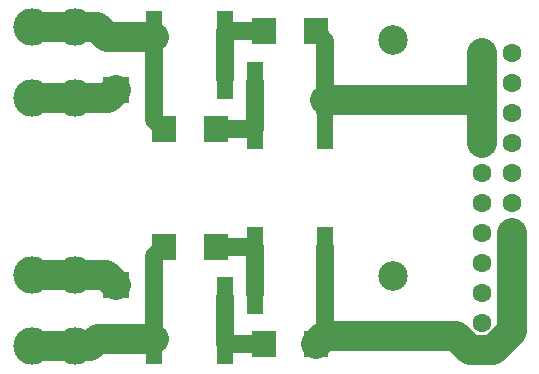
<source format=gtl>
G04*
G04 #@! TF.GenerationSoftware,Altium Limited,Altium Designer,18.1.9 (240)*
G04*
G04 Layer_Physical_Order=1*
G04 Layer_Color=255*
%FSLAX25Y25*%
%MOIN*%
G70*
G01*
G75*
%ADD17R,0.05315X0.13386*%
%ADD18R,0.08268X0.09055*%
%ADD19R,0.09055X0.09055*%
%ADD27C,0.05906*%
%ADD28C,0.09843*%
%ADD29C,0.09843*%
%ADD30C,0.12500*%
%ADD31R,0.06299X0.06299*%
%ADD32C,0.06299*%
D17*
X105217Y19685D02*
D03*
X81791D02*
D03*
X71751Y36417D02*
D03*
X48326D02*
D03*
X71752Y-36417D02*
D03*
X48327D02*
D03*
X105217Y-19685D02*
D03*
X81791D02*
D03*
X71752Y52165D02*
D03*
X48327D02*
D03*
X105217Y35433D02*
D03*
X81791D02*
D03*
X105217Y-35433D02*
D03*
X81791D02*
D03*
X71752Y-52165D02*
D03*
X48327D02*
D03*
D18*
X84843Y52165D02*
D03*
X102166D02*
D03*
X84842Y-52165D02*
D03*
X102165D02*
D03*
X68701Y19685D02*
D03*
X51378D02*
D03*
X68701Y-19685D02*
D03*
X51378D02*
D03*
D19*
X35433Y32480D02*
D03*
Y50197D02*
D03*
X35434Y-32480D02*
D03*
Y-50197D02*
D03*
D27*
X48327D02*
Y-44094D01*
Y-52165D02*
Y-50197D01*
X48327Y22736D02*
Y44094D01*
X48327Y50197D02*
Y52165D01*
Y44094D02*
Y47243D01*
X105217Y-45433D02*
Y-35433D01*
X71752Y36417D02*
Y52165D01*
X71752Y52165D02*
X71752Y52165D01*
X48327Y22736D02*
X51378Y19685D01*
X102165Y52165D02*
X105217Y49114D01*
Y25433D02*
Y49114D01*
X48327Y44094D02*
X48327Y44094D01*
X68701Y19685D02*
X81791D01*
Y35433D01*
X71752Y52165D02*
X84842D01*
X84843Y52165D01*
X84842Y-52165D02*
X84842Y-52165D01*
X71752Y-52165D02*
X84842D01*
X81791Y-35433D02*
Y-19685D01*
X68701D02*
X81791D01*
X48327Y-44094D02*
Y-36417D01*
X48327Y-44094D02*
X48327Y-44094D01*
X105217Y-35433D02*
Y-19685D01*
X48327Y-36417D02*
Y-22736D01*
X51378Y-19685D01*
X71752Y-52165D02*
X71752Y-52165D01*
Y-36417D01*
D28*
X35434Y-50197D02*
X48327D01*
X29528D02*
X35434D01*
X26922Y-52802D02*
X29528Y-50197D01*
X32134Y-29180D02*
X35434Y-32480D01*
X32828Y29875D02*
X35433Y32480D01*
Y50197D02*
X48327D01*
X32480D02*
X35433D01*
X29180Y53497D02*
X32480Y50197D01*
X21767Y29875D02*
X32828D01*
X102165Y-52165D02*
X104961Y-49370D01*
X21767Y-52802D02*
X26922D01*
X21767Y-29180D02*
X32134D01*
X104961Y-49370D02*
X127953D01*
X167402Y-47806D02*
Y-45000D01*
X161152Y-54055D02*
X167402Y-47806D01*
X153651Y-54055D02*
X161152D01*
X167402Y-25000D02*
Y-15000D01*
Y-35000D02*
Y-25000D01*
Y-45000D02*
Y-35000D01*
X127953Y-49370D02*
X148966D01*
X153651Y-54055D01*
X157402Y28386D02*
Y35000D01*
Y25000D02*
Y28386D01*
X127953Y29370D02*
X157402D01*
Y35000D02*
Y45000D01*
Y15000D02*
Y25000D01*
X105217Y29370D02*
X127953D01*
X7367Y29875D02*
X21767D01*
Y53497D02*
X29180D01*
X7367D02*
X21767D01*
X7367Y-29180D02*
X21767D01*
X7367Y-52802D02*
X21767D01*
D29*
X127953Y29370D02*
D03*
Y49370D02*
D03*
Y-29370D02*
D03*
Y-49370D02*
D03*
D30*
X7367Y53497D02*
D03*
X21767D02*
D03*
Y29875D02*
D03*
X7367D02*
D03*
Y-52802D02*
D03*
X21767D02*
D03*
Y-29180D02*
D03*
X7367D02*
D03*
D31*
X167402Y-45000D02*
D03*
D32*
X157402D02*
D03*
X167402Y-35000D02*
D03*
X157402D02*
D03*
X167402Y-25000D02*
D03*
X157402D02*
D03*
X167402Y-15000D02*
D03*
X157402D02*
D03*
X167402Y-5000D02*
D03*
X157402D02*
D03*
X167402Y5000D02*
D03*
X157402D02*
D03*
X167402Y15000D02*
D03*
X157402D02*
D03*
X167402Y25000D02*
D03*
X157402D02*
D03*
X167402Y35000D02*
D03*
X157402D02*
D03*
X167402Y45000D02*
D03*
X157402D02*
D03*
M02*

</source>
